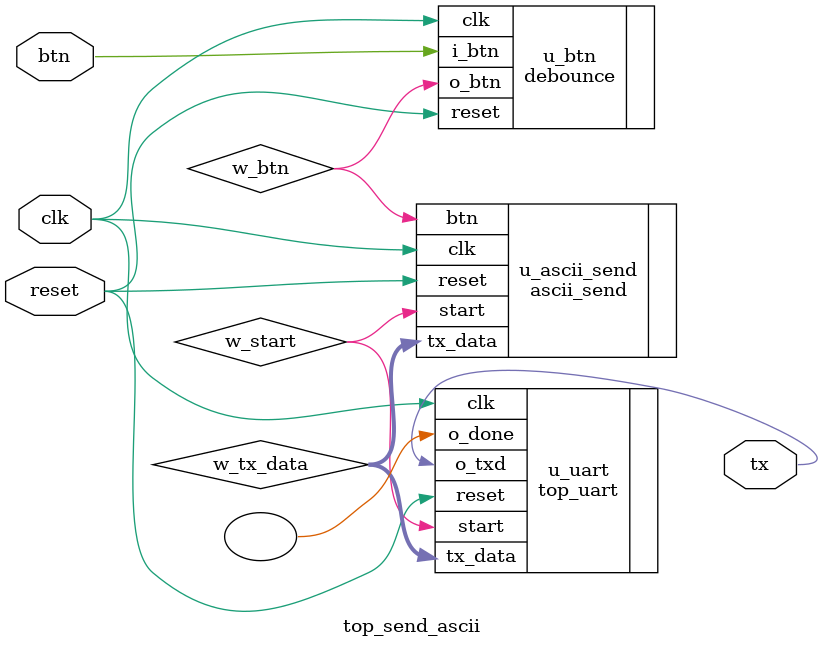
<source format=v>
`timescale 1ns / 1ps

module top_send_ascii(
    input clk,
    input reset,
    input btn,
    output tx
    );
    wire w_start,w_btn;
    wire [7:0] w_tx_data;

    top_uart u_uart(
    .clk(clk),
    .reset(reset),
    .start(w_start),
    .tx_data(w_tx_data),
    .o_txd(tx),
    .o_done() //none connect
    );

    debounce u_btn(
    .clk(clk),
    .reset(reset),
    .i_btn(btn),
    .o_btn(w_btn)
    );

    ascii_send u_ascii_send(
    .clk(clk),
    .reset(reset),
    .btn(w_btn),
    // output
    .start(w_start),
    .tx_data(w_tx_data)
    );

endmodule


</source>
